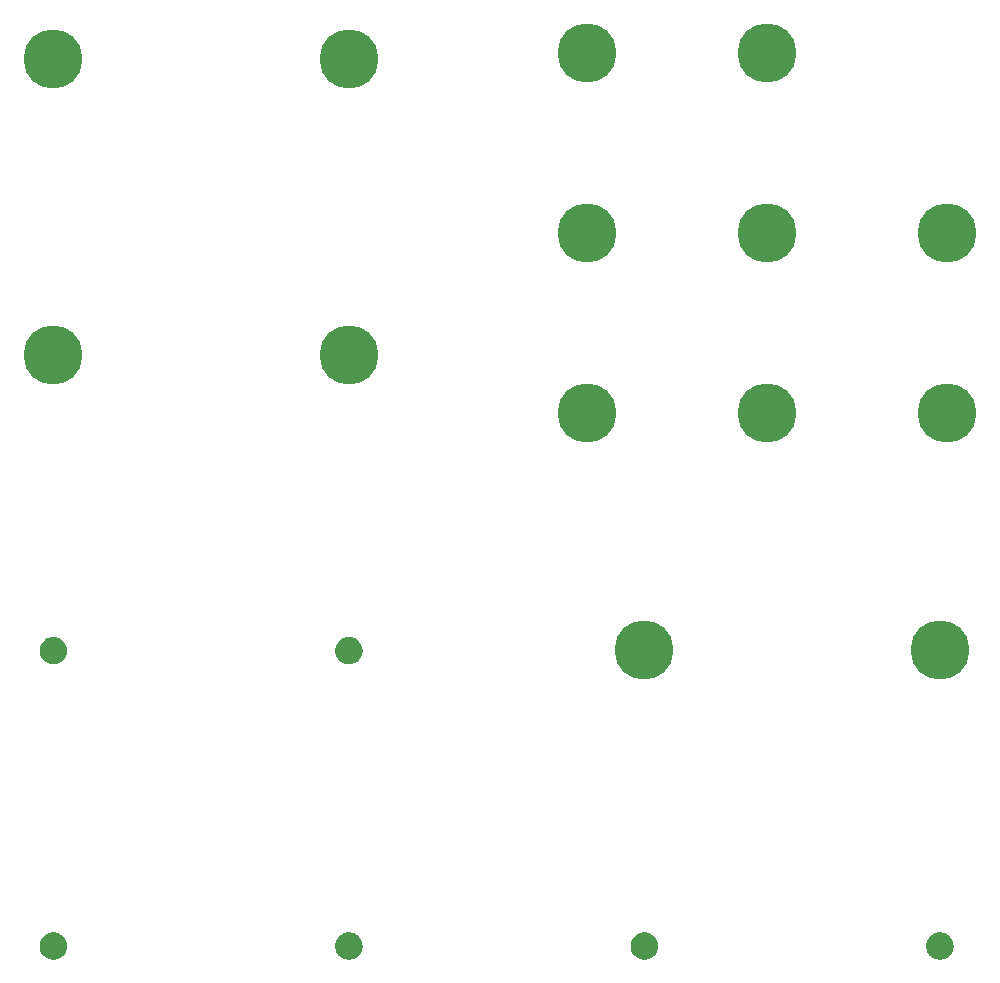
<source format=gts>
G04 This is an RS-274x file exported by *
G04 gerbv version 2.6.0 *
G04 More information is available about gerbv at *
G04 http://gerbv.gpleda.org/ *
G04 --End of header info--*
%MOIN*%
%FSLAX34Y34*%
%IPPOS*%
G04 --Define apertures--*
%ADD10C,0.0000*%
%ADD11C,0.1969*%
G04 --Start main section--*
G54D10*
G36*
G01X0000457Y0000000D02*
G01X0000455Y0000040D01*
G01X0000450Y0000079D01*
G01X0000441Y0000118D01*
G01X0000429Y0000156D01*
G01X0000414Y0000193D01*
G01X0000396Y0000228D01*
G01X0000374Y0000262D01*
G01X0000350Y0000294D01*
G01X0000323Y0000323D01*
G01X0000294Y0000350D01*
G01X0000262Y0000374D01*
G01X0000228Y0000396D01*
G01X0000193Y0000414D01*
G01X0000156Y0000429D01*
G01X0000118Y0000441D01*
G01X0000079Y0000450D01*
G01X0000040Y0000455D01*
G01X0000000Y0000457D01*
G01X-000040Y0000455D01*
G01X-000079Y0000450D01*
G01X-000118Y0000441D01*
G01X-000156Y0000429D01*
G01X-000193Y0000414D01*
G01X-000228Y0000396D01*
G01X-000262Y0000374D01*
G01X-000294Y0000350D01*
G01X-000323Y0000323D01*
G01X-000350Y0000294D01*
G01X-000374Y0000262D01*
G01X-000396Y0000228D01*
G01X-000414Y0000193D01*
G01X-000429Y0000156D01*
G01X-000441Y0000118D01*
G01X-000450Y0000079D01*
G01X-000455Y0000040D01*
G01X-000457Y0000000D01*
G01X-000455Y-000040D01*
G01X-000450Y-000079D01*
G01X-000441Y-000118D01*
G01X-000429Y-000156D01*
G01X-000414Y-000193D01*
G01X-000396Y-000228D01*
G01X-000374Y-000262D01*
G01X-000350Y-000294D01*
G01X-000323Y-000323D01*
G01X-000294Y-000350D01*
G01X-000262Y-000374D01*
G01X-000228Y-000396D01*
G01X-000193Y-000414D01*
G01X-000156Y-000429D01*
G01X-000118Y-000441D01*
G01X-000079Y-000450D01*
G01X-000040Y-000455D01*
G01X0000000Y-000457D01*
G01X0000040Y-000455D01*
G01X0000079Y-000450D01*
G01X0000118Y-000441D01*
G01X0000156Y-000429D01*
G01X0000193Y-000414D01*
G01X0000228Y-000396D01*
G01X0000262Y-000374D01*
G01X0000294Y-000350D01*
G01X0000323Y-000323D01*
G01X0000350Y-000294D01*
G01X0000374Y-000262D01*
G01X0000396Y-000228D01*
G01X0000414Y-000193D01*
G01X0000429Y-000156D01*
G01X0000441Y-000118D01*
G01X0000450Y-000079D01*
G01X0000455Y-000040D01*
G01X0000457Y0000000D01*
G37*
G36*
G01X0000457Y0000000D02*
G37*
G01X0023775Y0029775D02*
G54D11*
G01X0023775Y0029775D03*
G01X0017775Y0029775D02*
G01X0017775Y0029775D03*
G01X0029775Y0023775D02*
G01X0029775Y0023775D03*
G01X0023775Y0023775D02*
G01X0023775Y0023775D03*
G01X0017775Y0023775D02*
G01X0017775Y0023775D03*
G01X0029775Y0017775D02*
G01X0029775Y0017775D03*
G01X0023775Y0017775D02*
G01X0023775Y0017775D03*
G01X0017775Y0017775D02*
G01X0017775Y0017775D03*
G01X0029550Y0009850D02*
G01X0029550Y0009850D03*
G54D10*
G01X0029550Y0000000D02*
G36*
G01X0030007Y0000000D02*
G01X0030005Y0000040D01*
G01X0030000Y0000079D01*
G01X0029991Y0000118D01*
G01X0029979Y0000156D01*
G01X0029964Y0000193D01*
G01X0029946Y0000228D01*
G01X0029924Y0000262D01*
G01X0029900Y0000294D01*
G01X0029873Y0000323D01*
G01X0029844Y0000350D01*
G01X0029812Y0000374D01*
G01X0029778Y0000396D01*
G01X0029743Y0000414D01*
G01X0029706Y0000429D01*
G01X0029668Y0000441D01*
G01X0029629Y0000450D01*
G01X0029590Y0000455D01*
G01X0029550Y0000457D01*
G01X0029510Y0000455D01*
G01X0029471Y0000450D01*
G01X0029432Y0000441D01*
G01X0029394Y0000429D01*
G01X0029357Y0000414D01*
G01X0029322Y0000396D01*
G01X0029288Y0000374D01*
G01X0029256Y0000350D01*
G01X0029227Y0000323D01*
G01X0029200Y0000294D01*
G01X0029176Y0000262D01*
G01X0029154Y0000228D01*
G01X0029136Y0000193D01*
G01X0029121Y0000156D01*
G01X0029109Y0000118D01*
G01X0029100Y0000079D01*
G01X0029095Y0000040D01*
G01X0029093Y0000000D01*
G01X0029095Y-000040D01*
G01X0029100Y-000079D01*
G01X0029109Y-000118D01*
G01X0029121Y-000156D01*
G01X0029136Y-000193D01*
G01X0029154Y-000228D01*
G01X0029176Y-000262D01*
G01X0029200Y-000294D01*
G01X0029227Y-000323D01*
G01X0029256Y-000350D01*
G01X0029288Y-000374D01*
G01X0029322Y-000396D01*
G01X0029357Y-000414D01*
G01X0029394Y-000429D01*
G01X0029432Y-000441D01*
G01X0029471Y-000450D01*
G01X0029510Y-000455D01*
G01X0029550Y-000457D01*
G01X0029590Y-000455D01*
G01X0029629Y-000450D01*
G01X0029668Y-000441D01*
G01X0029706Y-000429D01*
G01X0029743Y-000414D01*
G01X0029778Y-000396D01*
G01X0029812Y-000374D01*
G01X0029844Y-000350D01*
G01X0029873Y-000323D01*
G01X0029900Y-000294D01*
G01X0029924Y-000262D01*
G01X0029946Y-000228D01*
G01X0029964Y-000193D01*
G01X0029979Y-000156D01*
G01X0029991Y-000118D01*
G01X0030000Y-000079D01*
G01X0030005Y-000040D01*
G01X0030007Y0000000D01*
G37*
G36*
G01X0030007Y0000000D02*
G37*
G01X0019700Y0009850D02*
G54D11*
G01X0019700Y0009850D03*
G54D10*
G01X0019700Y0000000D02*
G36*
G01X0020157Y0000000D02*
G01X0020155Y0000040D01*
G01X0020150Y0000079D01*
G01X0020141Y0000118D01*
G01X0020129Y0000156D01*
G01X0020114Y0000193D01*
G01X0020096Y0000228D01*
G01X0020074Y0000262D01*
G01X0020050Y0000294D01*
G01X0020023Y0000323D01*
G01X0019994Y0000350D01*
G01X0019962Y0000374D01*
G01X0019928Y0000396D01*
G01X0019893Y0000414D01*
G01X0019856Y0000429D01*
G01X0019818Y0000441D01*
G01X0019779Y0000450D01*
G01X0019740Y0000455D01*
G01X0019700Y0000457D01*
G01X0019660Y0000455D01*
G01X0019621Y0000450D01*
G01X0019582Y0000441D01*
G01X0019544Y0000429D01*
G01X0019507Y0000414D01*
G01X0019472Y0000396D01*
G01X0019438Y0000374D01*
G01X0019406Y0000350D01*
G01X0019377Y0000323D01*
G01X0019350Y0000294D01*
G01X0019326Y0000262D01*
G01X0019304Y0000228D01*
G01X0019286Y0000193D01*
G01X0019271Y0000156D01*
G01X0019259Y0000118D01*
G01X0019250Y0000079D01*
G01X0019245Y0000040D01*
G01X0019243Y0000000D01*
G01X0019245Y-000040D01*
G01X0019250Y-000079D01*
G01X0019259Y-000118D01*
G01X0019271Y-000156D01*
G01X0019286Y-000193D01*
G01X0019304Y-000228D01*
G01X0019326Y-000262D01*
G01X0019350Y-000294D01*
G01X0019377Y-000323D01*
G01X0019406Y-000350D01*
G01X0019438Y-000374D01*
G01X0019472Y-000396D01*
G01X0019507Y-000414D01*
G01X0019544Y-000429D01*
G01X0019582Y-000441D01*
G01X0019621Y-000450D01*
G01X0019660Y-000455D01*
G01X0019700Y-000457D01*
G01X0019740Y-000455D01*
G01X0019779Y-000450D01*
G01X0019818Y-000441D01*
G01X0019856Y-000429D01*
G01X0019893Y-000414D01*
G01X0019928Y-000396D01*
G01X0019962Y-000374D01*
G01X0019994Y-000350D01*
G01X0020023Y-000323D01*
G01X0020050Y-000294D01*
G01X0020074Y-000262D01*
G01X0020096Y-000228D01*
G01X0020114Y-000193D01*
G01X0020129Y-000156D01*
G01X0020141Y-000118D01*
G01X0020150Y-000079D01*
G01X0020155Y-000040D01*
G01X0020157Y0000000D01*
G37*
G36*
G01X0020157Y0000000D02*
G37*
G01X0009850Y0029550D02*
G54D11*
G01X0009850Y0029550D03*
G01X0009850Y0019700D02*
G01X0009850Y0019700D03*
G54D10*
G01X0009850Y0009850D02*
G36*
G01X0010307Y0009850D02*
G01X0010305Y0009890D01*
G01X0010300Y0009929D01*
G01X0010291Y0009968D01*
G01X0010279Y0010006D01*
G01X0010264Y0010043D01*
G01X0010246Y0010078D01*
G01X0010224Y0010112D01*
G01X0010200Y0010144D01*
G01X0010173Y0010173D01*
G01X0010144Y0010200D01*
G01X0010112Y0010224D01*
G01X0010078Y0010246D01*
G01X0010043Y0010264D01*
G01X0010006Y0010279D01*
G01X0009968Y0010291D01*
G01X0009929Y0010300D01*
G01X0009890Y0010305D01*
G01X0009850Y0010307D01*
G01X0009810Y0010305D01*
G01X0009771Y0010300D01*
G01X0009732Y0010291D01*
G01X0009694Y0010279D01*
G01X0009657Y0010264D01*
G01X0009622Y0010246D01*
G01X0009588Y0010224D01*
G01X0009556Y0010200D01*
G01X0009527Y0010173D01*
G01X0009500Y0010144D01*
G01X0009476Y0010112D01*
G01X0009454Y0010078D01*
G01X0009436Y0010043D01*
G01X0009421Y0010006D01*
G01X0009409Y0009968D01*
G01X0009400Y0009929D01*
G01X0009395Y0009890D01*
G01X0009393Y0009850D01*
G01X0009395Y0009810D01*
G01X0009400Y0009771D01*
G01X0009409Y0009732D01*
G01X0009421Y0009694D01*
G01X0009436Y0009657D01*
G01X0009454Y0009622D01*
G01X0009476Y0009588D01*
G01X0009500Y0009556D01*
G01X0009527Y0009527D01*
G01X0009556Y0009500D01*
G01X0009588Y0009476D01*
G01X0009622Y0009454D01*
G01X0009657Y0009436D01*
G01X0009694Y0009421D01*
G01X0009732Y0009409D01*
G01X0009771Y0009400D01*
G01X0009810Y0009395D01*
G01X0009850Y0009393D01*
G01X0009890Y0009395D01*
G01X0009929Y0009400D01*
G01X0009968Y0009409D01*
G01X0010006Y0009421D01*
G01X0010043Y0009436D01*
G01X0010078Y0009454D01*
G01X0010112Y0009476D01*
G01X0010144Y0009500D01*
G01X0010173Y0009527D01*
G01X0010200Y0009556D01*
G01X0010224Y0009588D01*
G01X0010246Y0009622D01*
G01X0010264Y0009657D01*
G01X0010279Y0009694D01*
G01X0010291Y0009732D01*
G01X0010300Y0009771D01*
G01X0010305Y0009810D01*
G01X0010307Y0009850D01*
G37*
G36*
G01X0010307Y0009850D02*
G37*
G01X0009850Y0000000D02*
G36*
G01X0010307Y0000000D02*
G01X0010305Y0000040D01*
G01X0010300Y0000079D01*
G01X0010291Y0000118D01*
G01X0010279Y0000156D01*
G01X0010264Y0000193D01*
G01X0010246Y0000228D01*
G01X0010224Y0000262D01*
G01X0010200Y0000294D01*
G01X0010173Y0000323D01*
G01X0010144Y0000350D01*
G01X0010112Y0000374D01*
G01X0010078Y0000396D01*
G01X0010043Y0000414D01*
G01X0010006Y0000429D01*
G01X0009968Y0000441D01*
G01X0009929Y0000450D01*
G01X0009890Y0000455D01*
G01X0009850Y0000457D01*
G01X0009810Y0000455D01*
G01X0009771Y0000450D01*
G01X0009732Y0000441D01*
G01X0009694Y0000429D01*
G01X0009657Y0000414D01*
G01X0009622Y0000396D01*
G01X0009588Y0000374D01*
G01X0009556Y0000350D01*
G01X0009527Y0000323D01*
G01X0009500Y0000294D01*
G01X0009476Y0000262D01*
G01X0009454Y0000228D01*
G01X0009436Y0000193D01*
G01X0009421Y0000156D01*
G01X0009409Y0000118D01*
G01X0009400Y0000079D01*
G01X0009395Y0000040D01*
G01X0009393Y0000000D01*
G01X0009395Y-000040D01*
G01X0009400Y-000079D01*
G01X0009409Y-000118D01*
G01X0009421Y-000156D01*
G01X0009436Y-000193D01*
G01X0009454Y-000228D01*
G01X0009476Y-000262D01*
G01X0009500Y-000294D01*
G01X0009527Y-000323D01*
G01X0009556Y-000350D01*
G01X0009588Y-000374D01*
G01X0009622Y-000396D01*
G01X0009657Y-000414D01*
G01X0009694Y-000429D01*
G01X0009732Y-000441D01*
G01X0009771Y-000450D01*
G01X0009810Y-000455D01*
G01X0009850Y-000457D01*
G01X0009890Y-000455D01*
G01X0009929Y-000450D01*
G01X0009968Y-000441D01*
G01X0010006Y-000429D01*
G01X0010043Y-000414D01*
G01X0010078Y-000396D01*
G01X0010112Y-000374D01*
G01X0010144Y-000350D01*
G01X0010173Y-000323D01*
G01X0010200Y-000294D01*
G01X0010224Y-000262D01*
G01X0010246Y-000228D01*
G01X0010264Y-000193D01*
G01X0010279Y-000156D01*
G01X0010291Y-000118D01*
G01X0010300Y-000079D01*
G01X0010305Y-000040D01*
G01X0010307Y0000000D01*
G37*
G36*
G01X0010307Y0000000D02*
G37*
G01X0000000Y0029550D02*
G54D11*
G01X0000000Y0029550D03*
G01X0000000Y0019700D02*
G01X0000000Y0019700D03*
G54D10*
G01X0000000Y0009850D02*
G36*
G01X0000457Y0009850D02*
G01X0000455Y0009890D01*
G01X0000450Y0009929D01*
G01X0000441Y0009968D01*
G01X0000429Y0010006D01*
G01X0000414Y0010043D01*
G01X0000396Y0010078D01*
G01X0000374Y0010112D01*
G01X0000350Y0010144D01*
G01X0000323Y0010173D01*
G01X0000294Y0010200D01*
G01X0000262Y0010224D01*
G01X0000228Y0010246D01*
G01X0000193Y0010264D01*
G01X0000156Y0010279D01*
G01X0000118Y0010291D01*
G01X0000079Y0010300D01*
G01X0000040Y0010305D01*
G01X0000000Y0010307D01*
G01X-000040Y0010305D01*
G01X-000079Y0010300D01*
G01X-000118Y0010291D01*
G01X-000156Y0010279D01*
G01X-000193Y0010264D01*
G01X-000228Y0010246D01*
G01X-000262Y0010224D01*
G01X-000294Y0010200D01*
G01X-000323Y0010173D01*
G01X-000350Y0010144D01*
G01X-000374Y0010112D01*
G01X-000396Y0010078D01*
G01X-000414Y0010043D01*
G01X-000429Y0010006D01*
G01X-000441Y0009968D01*
G01X-000450Y0009929D01*
G01X-000455Y0009890D01*
G01X-000457Y0009850D01*
G01X-000455Y0009810D01*
G01X-000450Y0009771D01*
G01X-000441Y0009732D01*
G01X-000429Y0009694D01*
G01X-000414Y0009657D01*
G01X-000396Y0009622D01*
G01X-000374Y0009588D01*
G01X-000350Y0009556D01*
G01X-000323Y0009527D01*
G01X-000294Y0009500D01*
G01X-000262Y0009476D01*
G01X-000228Y0009454D01*
G01X-000193Y0009436D01*
G01X-000156Y0009421D01*
G01X-000118Y0009409D01*
G01X-000079Y0009400D01*
G01X-000040Y0009395D01*
G01X0000000Y0009393D01*
G01X0000040Y0009395D01*
G01X0000079Y0009400D01*
G01X0000118Y0009409D01*
G01X0000156Y0009421D01*
G01X0000193Y0009436D01*
G01X0000228Y0009454D01*
G01X0000262Y0009476D01*
G01X0000294Y0009500D01*
G01X0000323Y0009527D01*
G01X0000350Y0009556D01*
G01X0000374Y0009588D01*
G01X0000396Y0009622D01*
G01X0000414Y0009657D01*
G01X0000429Y0009694D01*
G01X0000441Y0009732D01*
G01X0000450Y0009771D01*
G01X0000455Y0009810D01*
G01X0000457Y0009850D01*
G37*
G36*
G01X0000457Y0009850D02*
G37*
M02*

</source>
